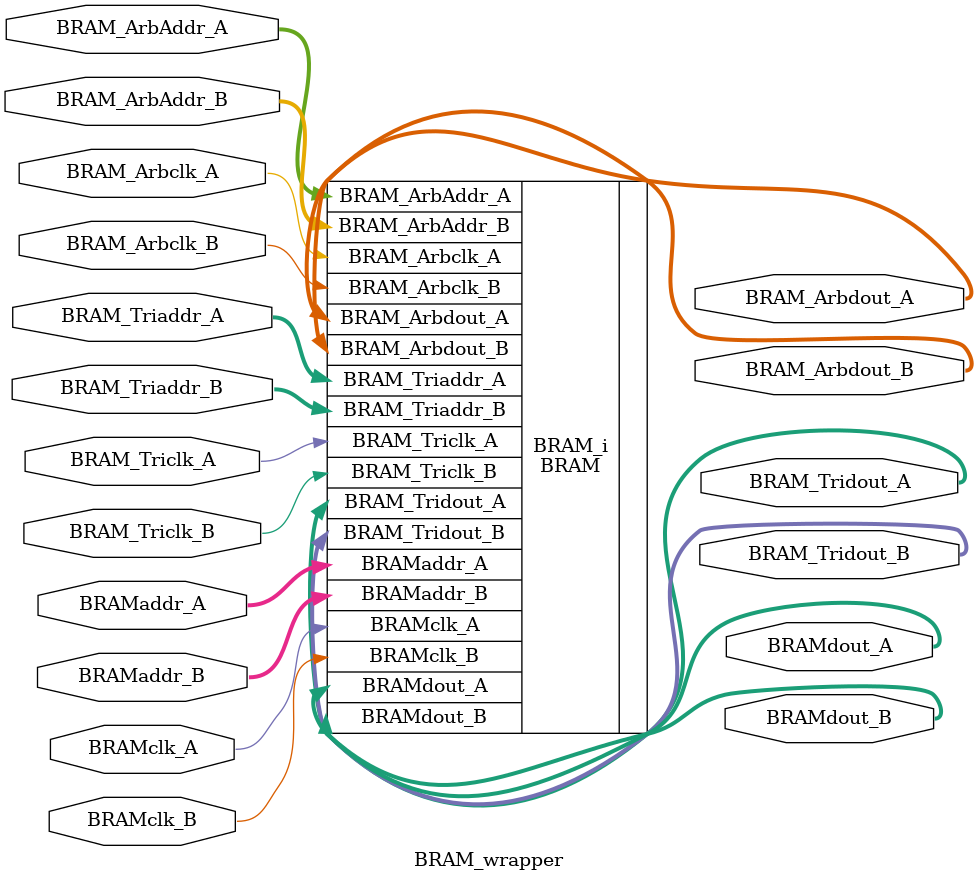
<source format=v>
`timescale 1 ps / 1 ps

module BRAM_wrapper
   (BRAM_ArbAddr_A,
    BRAM_ArbAddr_B,
    BRAM_Arbclk_A,
    BRAM_Arbclk_B,
    BRAM_Arbdout_A,
    BRAM_Arbdout_B,
    BRAM_Triaddr_A,
    BRAM_Triaddr_B,
    BRAM_Triclk_A,
    BRAM_Triclk_B,
    BRAM_Tridout_A,
    BRAM_Tridout_B,
    BRAMaddr_A,
    BRAMaddr_B,
    BRAMclk_A,
    BRAMclk_B,
    BRAMdout_A,
    BRAMdout_B);
  input [11:0]BRAM_ArbAddr_A;
  input [11:0]BRAM_ArbAddr_B;
  input BRAM_Arbclk_A;
  input BRAM_Arbclk_B;
  output [15:0]BRAM_Arbdout_A;
  output [15:0]BRAM_Arbdout_B;
  input [11:0]BRAM_Triaddr_A;
  input [11:0]BRAM_Triaddr_B;
  input BRAM_Triclk_A;
  input BRAM_Triclk_B;
  output [15:0]BRAM_Tridout_A;
  output [15:0]BRAM_Tridout_B;
  input [11:0]BRAMaddr_A;
  input [11:0]BRAMaddr_B;
  input BRAMclk_A;
  input BRAMclk_B;
  output [15:0]BRAMdout_A;
  output [15:0]BRAMdout_B;

  wire [11:0]BRAM_ArbAddr_A;
  wire [11:0]BRAM_ArbAddr_B;
  wire BRAM_Arbclk_A;
  wire BRAM_Arbclk_B;
  wire [15:0]BRAM_Arbdout_A;
  wire [15:0]BRAM_Arbdout_B;
  wire [11:0]BRAM_Triaddr_A;
  wire [11:0]BRAM_Triaddr_B;
  wire BRAM_Triclk_A;
  wire BRAM_Triclk_B;
  wire [15:0]BRAM_Tridout_A;
  wire [15:0]BRAM_Tridout_B;
  wire [11:0]BRAMaddr_A;
  wire [11:0]BRAMaddr_B;
  wire BRAMclk_A;
  wire BRAMclk_B;
  wire [15:0]BRAMdout_A;
  wire [15:0]BRAMdout_B;

  BRAM BRAM_i
       (.BRAM_ArbAddr_A(BRAM_ArbAddr_A),
        .BRAM_ArbAddr_B(BRAM_ArbAddr_B),
        .BRAM_Arbclk_A(BRAM_Arbclk_A),
        .BRAM_Arbclk_B(BRAM_Arbclk_B),
        .BRAM_Arbdout_A(BRAM_Arbdout_A),
        .BRAM_Arbdout_B(BRAM_Arbdout_B),
        .BRAM_Triaddr_A(BRAM_Triaddr_A),
        .BRAM_Triaddr_B(BRAM_Triaddr_B),
        .BRAM_Triclk_A(BRAM_Triclk_A),
        .BRAM_Triclk_B(BRAM_Triclk_B),
        .BRAM_Tridout_A(BRAM_Tridout_A),
        .BRAM_Tridout_B(BRAM_Tridout_B),
        .BRAMaddr_A(BRAMaddr_A),
        .BRAMaddr_B(BRAMaddr_B),
        .BRAMclk_A(BRAMclk_A),
        .BRAMclk_B(BRAMclk_B),
        .BRAMdout_A(BRAMdout_A),
        .BRAMdout_B(BRAMdout_B));
endmodule

</source>
